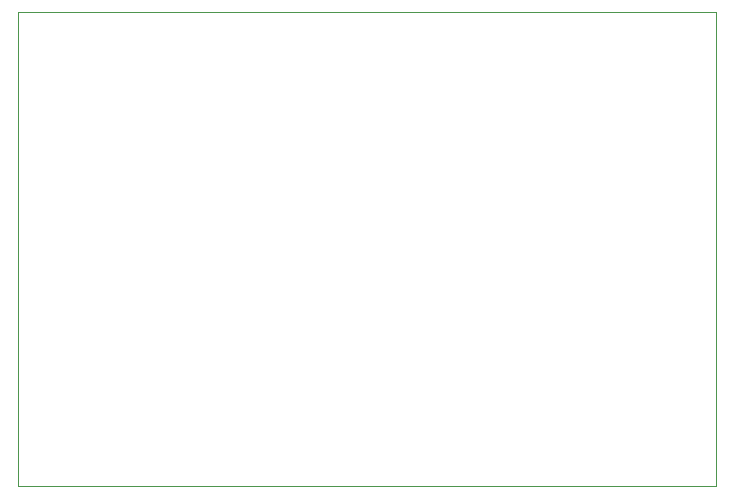
<source format=gbo>
G04*
G04 #@! TF.GenerationSoftware,Altium Limited,Altium Designer,18.1.6 (161)*
G04*
G04 Layer_Color=32896*
%FSAX44Y44*%
%MOMM*%
G71*
G01*
G75*
%ADD11C,0.1000*%
D11*
X00000000Y00000000D02*
Y00400800D01*
X00590568D01*
X00590568Y00400800D01*
Y00000000D02*
Y00400800D01*
X00000000Y00000000D02*
X00590568D01*
M02*

</source>
